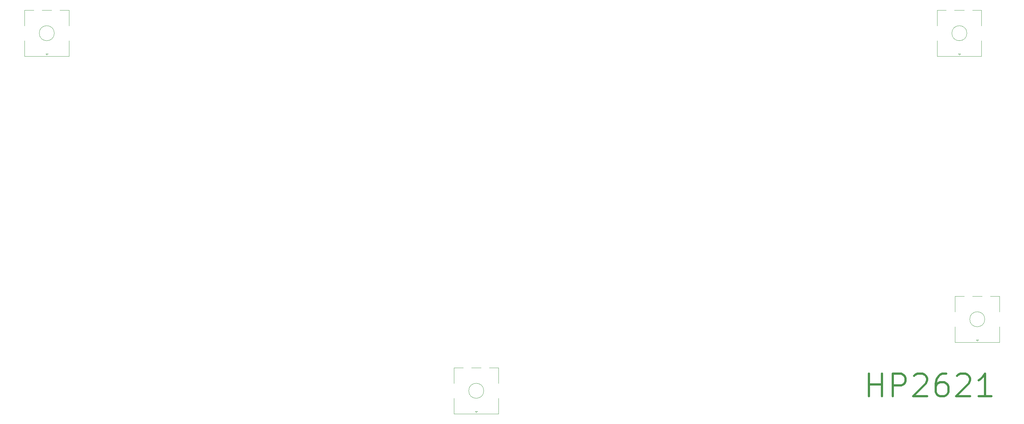
<source format=gbr>
%TF.GenerationSoftware,KiCad,Pcbnew,(7.0.0)*%
%TF.CreationDate,2024-01-04T19:42:07+01:00*%
%TF.ProjectId,HP2621,48503236-3231-42e6-9b69-6361645f7063,rev?*%
%TF.SameCoordinates,Original*%
%TF.FileFunction,Legend,Top*%
%TF.FilePolarity,Positive*%
%FSLAX46Y46*%
G04 Gerber Fmt 4.6, Leading zero omitted, Abs format (unit mm)*
G04 Created by KiCad (PCBNEW (7.0.0)) date 2024-01-04 19:42:07*
%MOMM*%
%LPD*%
G01*
G04 APERTURE LIST*
%ADD10C,0.600000*%
%ADD11C,0.120000*%
G04 APERTURE END LIST*
D10*
X254525892Y-122060535D02*
X254525892Y-116060535D01*
X254525892Y-118917678D02*
X257954463Y-118917678D01*
X257954463Y-122060535D02*
X257954463Y-116060535D01*
X260811606Y-122060535D02*
X260811606Y-116060535D01*
X260811606Y-116060535D02*
X263097320Y-116060535D01*
X263097320Y-116060535D02*
X263668749Y-116346250D01*
X263668749Y-116346250D02*
X263954463Y-116631964D01*
X263954463Y-116631964D02*
X264240177Y-117203392D01*
X264240177Y-117203392D02*
X264240177Y-118060535D01*
X264240177Y-118060535D02*
X263954463Y-118631964D01*
X263954463Y-118631964D02*
X263668749Y-118917678D01*
X263668749Y-118917678D02*
X263097320Y-119203392D01*
X263097320Y-119203392D02*
X260811606Y-119203392D01*
X266525892Y-116631964D02*
X266811606Y-116346250D01*
X266811606Y-116346250D02*
X267383035Y-116060535D01*
X267383035Y-116060535D02*
X268811606Y-116060535D01*
X268811606Y-116060535D02*
X269383035Y-116346250D01*
X269383035Y-116346250D02*
X269668749Y-116631964D01*
X269668749Y-116631964D02*
X269954463Y-117203392D01*
X269954463Y-117203392D02*
X269954463Y-117774821D01*
X269954463Y-117774821D02*
X269668749Y-118631964D01*
X269668749Y-118631964D02*
X266240177Y-122060535D01*
X266240177Y-122060535D02*
X269954463Y-122060535D01*
X275097321Y-116060535D02*
X273954463Y-116060535D01*
X273954463Y-116060535D02*
X273383035Y-116346250D01*
X273383035Y-116346250D02*
X273097321Y-116631964D01*
X273097321Y-116631964D02*
X272525892Y-117489107D01*
X272525892Y-117489107D02*
X272240178Y-118631964D01*
X272240178Y-118631964D02*
X272240178Y-120917678D01*
X272240178Y-120917678D02*
X272525892Y-121489107D01*
X272525892Y-121489107D02*
X272811606Y-121774821D01*
X272811606Y-121774821D02*
X273383035Y-122060535D01*
X273383035Y-122060535D02*
X274525892Y-122060535D01*
X274525892Y-122060535D02*
X275097321Y-121774821D01*
X275097321Y-121774821D02*
X275383035Y-121489107D01*
X275383035Y-121489107D02*
X275668749Y-120917678D01*
X275668749Y-120917678D02*
X275668749Y-119489107D01*
X275668749Y-119489107D02*
X275383035Y-118917678D01*
X275383035Y-118917678D02*
X275097321Y-118631964D01*
X275097321Y-118631964D02*
X274525892Y-118346250D01*
X274525892Y-118346250D02*
X273383035Y-118346250D01*
X273383035Y-118346250D02*
X272811606Y-118631964D01*
X272811606Y-118631964D02*
X272525892Y-118917678D01*
X272525892Y-118917678D02*
X272240178Y-119489107D01*
X277954464Y-116631964D02*
X278240178Y-116346250D01*
X278240178Y-116346250D02*
X278811607Y-116060535D01*
X278811607Y-116060535D02*
X280240178Y-116060535D01*
X280240178Y-116060535D02*
X280811607Y-116346250D01*
X280811607Y-116346250D02*
X281097321Y-116631964D01*
X281097321Y-116631964D02*
X281383035Y-117203392D01*
X281383035Y-117203392D02*
X281383035Y-117774821D01*
X281383035Y-117774821D02*
X281097321Y-118631964D01*
X281097321Y-118631964D02*
X277668749Y-122060535D01*
X277668749Y-122060535D02*
X281383035Y-122060535D01*
X287097321Y-122060535D02*
X283668750Y-122060535D01*
X285383035Y-122060535D02*
X285383035Y-116060535D01*
X285383035Y-116060535D02*
X284811607Y-116917678D01*
X284811607Y-116917678D02*
X284240178Y-117489107D01*
X284240178Y-117489107D02*
X283668750Y-117774821D01*
D11*
%TO.C,SW4*%
X144118750Y-114550000D02*
X146518750Y-114550000D01*
X144118750Y-118650000D02*
X144118750Y-114550000D01*
X144118750Y-122650000D02*
X144118750Y-126750000D01*
X144118750Y-126750000D02*
X155918750Y-126750000D01*
X148718750Y-114550000D02*
X151318750Y-114550000D01*
X149718750Y-126150000D02*
X150318750Y-126150000D01*
X150018750Y-126450000D02*
X149718750Y-126150000D01*
X150318750Y-126150000D02*
X150018750Y-126450000D01*
X153518750Y-114550000D02*
X155918750Y-114550000D01*
X155918750Y-114550000D02*
X155918750Y-118650000D01*
X155918750Y-122650000D02*
X155918750Y-126750000D01*
X152018750Y-120650000D02*
G75*
G03*
X152018750Y-120650000I-2000000J0D01*
G01*
%TO.C,SW3*%
X277468750Y-95500000D02*
X279868750Y-95500000D01*
X277468750Y-99600000D02*
X277468750Y-95500000D01*
X277468750Y-103600000D02*
X277468750Y-107700000D01*
X277468750Y-107700000D02*
X289268750Y-107700000D01*
X282068750Y-95500000D02*
X284668750Y-95500000D01*
X283068750Y-107100000D02*
X283668750Y-107100000D01*
X283368750Y-107400000D02*
X283068750Y-107100000D01*
X283668750Y-107100000D02*
X283368750Y-107400000D01*
X286868750Y-95500000D02*
X289268750Y-95500000D01*
X289268750Y-95500000D02*
X289268750Y-99600000D01*
X289268750Y-103600000D02*
X289268750Y-107700000D01*
X285368750Y-101600000D02*
G75*
G03*
X285368750Y-101600000I-2000000J0D01*
G01*
%TO.C,SW2*%
X272706250Y-19300000D02*
X275106250Y-19300000D01*
X272706250Y-23400000D02*
X272706250Y-19300000D01*
X272706250Y-27400000D02*
X272706250Y-31500000D01*
X272706250Y-31500000D02*
X284506250Y-31500000D01*
X277306250Y-19300000D02*
X279906250Y-19300000D01*
X278306250Y-30900000D02*
X278906250Y-30900000D01*
X278606250Y-31200000D02*
X278306250Y-30900000D01*
X278906250Y-30900000D02*
X278606250Y-31200000D01*
X282106250Y-19300000D02*
X284506250Y-19300000D01*
X284506250Y-19300000D02*
X284506250Y-23400000D01*
X284506250Y-27400000D02*
X284506250Y-31500000D01*
X280606250Y-25400000D02*
G75*
G03*
X280606250Y-25400000I-2000000J0D01*
G01*
%TO.C,SW1*%
X29818750Y-19300000D02*
X32218750Y-19300000D01*
X29818750Y-23400000D02*
X29818750Y-19300000D01*
X29818750Y-27400000D02*
X29818750Y-31500000D01*
X29818750Y-31500000D02*
X41618750Y-31500000D01*
X34418750Y-19300000D02*
X37018750Y-19300000D01*
X35418750Y-30900000D02*
X36018750Y-30900000D01*
X35718750Y-31200000D02*
X35418750Y-30900000D01*
X36018750Y-30900000D02*
X35718750Y-31200000D01*
X39218750Y-19300000D02*
X41618750Y-19300000D01*
X41618750Y-19300000D02*
X41618750Y-23400000D01*
X41618750Y-27400000D02*
X41618750Y-31500000D01*
X37718750Y-25400000D02*
G75*
G03*
X37718750Y-25400000I-2000000J0D01*
G01*
%TD*%
M02*

</source>
